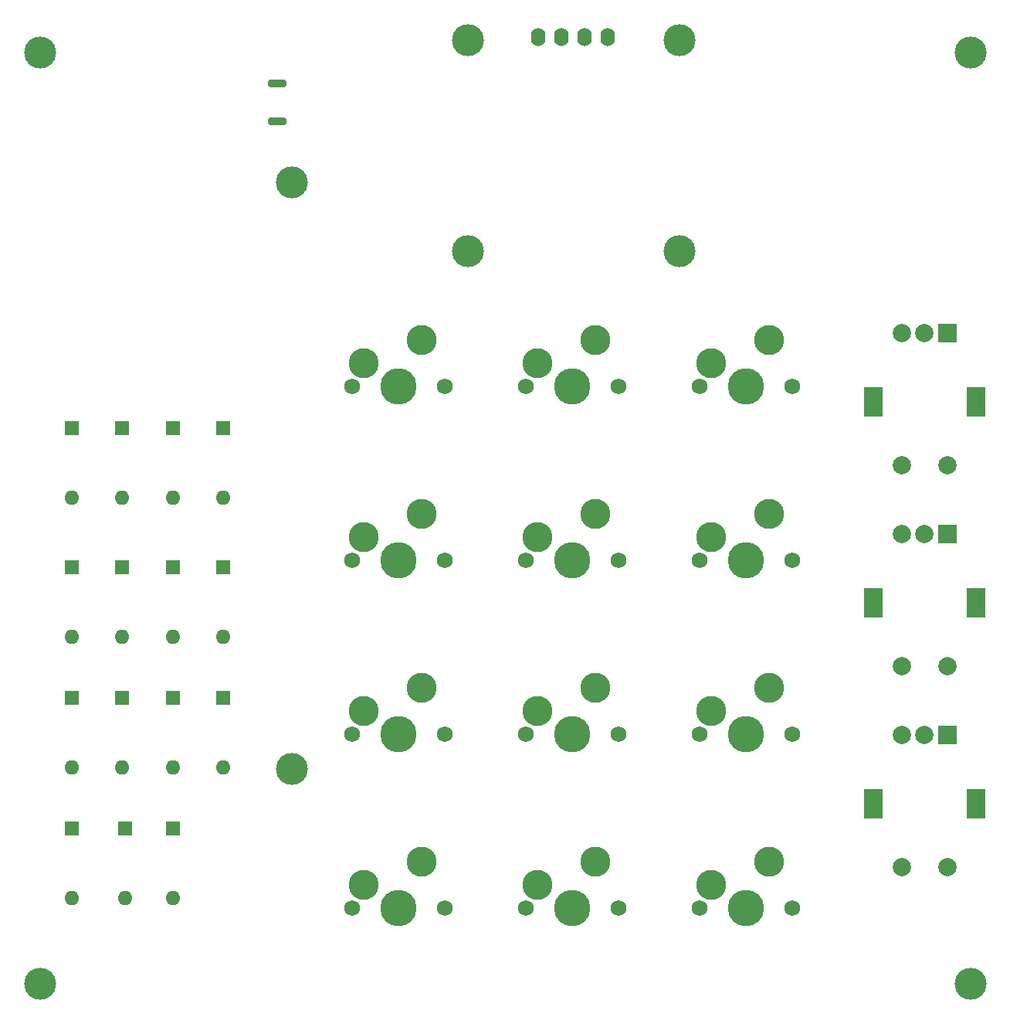
<source format=gts>
G04 #@! TF.GenerationSoftware,KiCad,Pcbnew,7.0.5*
G04 #@! TF.CreationDate,2023-07-12T22:01:21-07:00*
G04 #@! TF.ProjectId,Custom_KeyPad,43757374-6f6d-45f4-9b65-795061642e6b,rev?*
G04 #@! TF.SameCoordinates,Original*
G04 #@! TF.FileFunction,Soldermask,Top*
G04 #@! TF.FilePolarity,Negative*
%FSLAX46Y46*%
G04 Gerber Fmt 4.6, Leading zero omitted, Abs format (unit mm)*
G04 Created by KiCad (PCBNEW 7.0.5) date 2023-07-12 22:01:21*
%MOMM*%
%LPD*%
G01*
G04 APERTURE LIST*
G04 Aperture macros list*
%AMRoundRect*
0 Rectangle with rounded corners*
0 $1 Rounding radius*
0 $2 $3 $4 $5 $6 $7 $8 $9 X,Y pos of 4 corners*
0 Add a 4 corners polygon primitive as box body*
4,1,4,$2,$3,$4,$5,$6,$7,$8,$9,$2,$3,0*
0 Add four circle primitives for the rounded corners*
1,1,$1+$1,$2,$3*
1,1,$1+$1,$4,$5*
1,1,$1+$1,$6,$7*
1,1,$1+$1,$8,$9*
0 Add four rect primitives between the rounded corners*
20,1,$1+$1,$2,$3,$4,$5,0*
20,1,$1+$1,$4,$5,$6,$7,0*
20,1,$1+$1,$6,$7,$8,$9,0*
20,1,$1+$1,$8,$9,$2,$3,0*%
G04 Aperture macros list end*
%ADD10C,2.600000*%
%ADD11C,3.500000*%
%ADD12O,1.600000X2.000000*%
%ADD13RoundRect,0.200000X0.800000X-0.200000X0.800000X0.200000X-0.800000X0.200000X-0.800000X-0.200000X0*%
%ADD14C,2.000000*%
%ADD15R,2.000000X3.200000*%
%ADD16R,2.000000X2.000000*%
%ADD17C,3.300000*%
%ADD18C,1.750000*%
%ADD19C,3.987800*%
%ADD20R,1.600000X1.600000*%
%ADD21O,1.600000X1.600000*%
G04 APERTURE END LIST*
D10*
X147947592Y-60772480D03*
D11*
X147947592Y-60772480D03*
D10*
X171153689Y-60772695D03*
D11*
X171153689Y-60772695D03*
D10*
X171158857Y-37656395D03*
D11*
X171158857Y-37656395D03*
D10*
X147943149Y-37649935D03*
D11*
X147943149Y-37649935D03*
D12*
X163243750Y-37262500D03*
X160703750Y-37262500D03*
X155623750Y-37262500D03*
X158163750Y-37262500D03*
D10*
X128587500Y-117475000D03*
D11*
X128587500Y-117475000D03*
D10*
X128587500Y-53181250D03*
D11*
X128587500Y-53181250D03*
X101000000Y-141000000D03*
D10*
X101000000Y-141000000D03*
X101000000Y-39000000D03*
D11*
X101000000Y-39000000D03*
X203000000Y-141000000D03*
D10*
X203000000Y-141000000D03*
X203000000Y-39000000D03*
D11*
X203000000Y-39000000D03*
D13*
X127000000Y-46550000D03*
X127000000Y-42350000D03*
D14*
X200500000Y-128250000D03*
X195500000Y-128250000D03*
D15*
X203600000Y-121250000D03*
X192400000Y-121250000D03*
D14*
X198000000Y-113750000D03*
X195500000Y-113750000D03*
D16*
X200500000Y-113750000D03*
D14*
X200500000Y-106250000D03*
X195500000Y-106250000D03*
D15*
X203600000Y-99250000D03*
X192400000Y-99250000D03*
D14*
X198000000Y-91750000D03*
X195500000Y-91750000D03*
D16*
X200500000Y-91750000D03*
D14*
X200500000Y-84250000D03*
X195500000Y-84250000D03*
D15*
X203600000Y-77250000D03*
X192400000Y-77250000D03*
D14*
X198000000Y-69750000D03*
X195500000Y-69750000D03*
D16*
X200500000Y-69750000D03*
D17*
X142875000Y-127635000D03*
X136525000Y-130175000D03*
D18*
X135255000Y-132715000D03*
D19*
X140335000Y-132715000D03*
D18*
X145415000Y-132715000D03*
D17*
X161925000Y-127635000D03*
X155575000Y-130175000D03*
D18*
X154305000Y-132715000D03*
D19*
X159385000Y-132715000D03*
D18*
X164465000Y-132715000D03*
D17*
X180975000Y-127635000D03*
X174625000Y-130175000D03*
D18*
X173355000Y-132715000D03*
D19*
X178435000Y-132715000D03*
D18*
X183515000Y-132715000D03*
D17*
X142875000Y-108585000D03*
X136525000Y-111125000D03*
D18*
X135255000Y-113665000D03*
D19*
X140335000Y-113665000D03*
D18*
X145415000Y-113665000D03*
D17*
X161925000Y-108585000D03*
X155575000Y-111125000D03*
D18*
X154305000Y-113665000D03*
D19*
X159385000Y-113665000D03*
D18*
X164465000Y-113665000D03*
D17*
X180975000Y-108585000D03*
X174625000Y-111125000D03*
D18*
X173355000Y-113665000D03*
D19*
X178435000Y-113665000D03*
D18*
X183515000Y-113665000D03*
D17*
X142875000Y-89535000D03*
X136525000Y-92075000D03*
D18*
X135255000Y-94615000D03*
D19*
X140335000Y-94615000D03*
D18*
X145415000Y-94615000D03*
D17*
X161925000Y-89535000D03*
X155575000Y-92075000D03*
D18*
X154305000Y-94615000D03*
D19*
X159385000Y-94615000D03*
D18*
X164465000Y-94615000D03*
D17*
X180975000Y-89535000D03*
X174625000Y-92075000D03*
D18*
X173355000Y-94615000D03*
D19*
X178435000Y-94615000D03*
D18*
X183515000Y-94615000D03*
D17*
X142875000Y-70485000D03*
X136525000Y-73025000D03*
D18*
X135255000Y-75565000D03*
D19*
X140335000Y-75565000D03*
D18*
X145415000Y-75565000D03*
X164465000Y-75565000D03*
D19*
X159385000Y-75565000D03*
D18*
X154305000Y-75565000D03*
D17*
X155575000Y-73025000D03*
X161925000Y-70485000D03*
X180975000Y-70485000D03*
X174625000Y-73025000D03*
D18*
X173355000Y-75565000D03*
D19*
X178435000Y-75565000D03*
D18*
X183515000Y-75565000D03*
D20*
X121112500Y-80140000D03*
D21*
X121112500Y-87760000D03*
D20*
X121112500Y-95380000D03*
D21*
X121112500Y-103000000D03*
D20*
X121112500Y-109667500D03*
D21*
X121112500Y-117287500D03*
X115556250Y-131603750D03*
D20*
X115556250Y-123983750D03*
D21*
X110331250Y-131603750D03*
D20*
X110331250Y-123983750D03*
X104443750Y-123983750D03*
D21*
X104443750Y-131603750D03*
D20*
X115556250Y-109667500D03*
D21*
X115556250Y-117287500D03*
D20*
X110000000Y-109667500D03*
D21*
X110000000Y-117287500D03*
D20*
X104443750Y-109667500D03*
D21*
X104443750Y-117287500D03*
D20*
X115556250Y-95380000D03*
D21*
X115556250Y-103000000D03*
X110000000Y-103000000D03*
D20*
X110000000Y-95380000D03*
X104443750Y-95380000D03*
D21*
X104443750Y-103000000D03*
D20*
X115556250Y-80140000D03*
D21*
X115556250Y-87760000D03*
D20*
X110000000Y-80140000D03*
D21*
X110000000Y-87760000D03*
D20*
X104443750Y-80140000D03*
D21*
X104443750Y-87760000D03*
M02*

</source>
